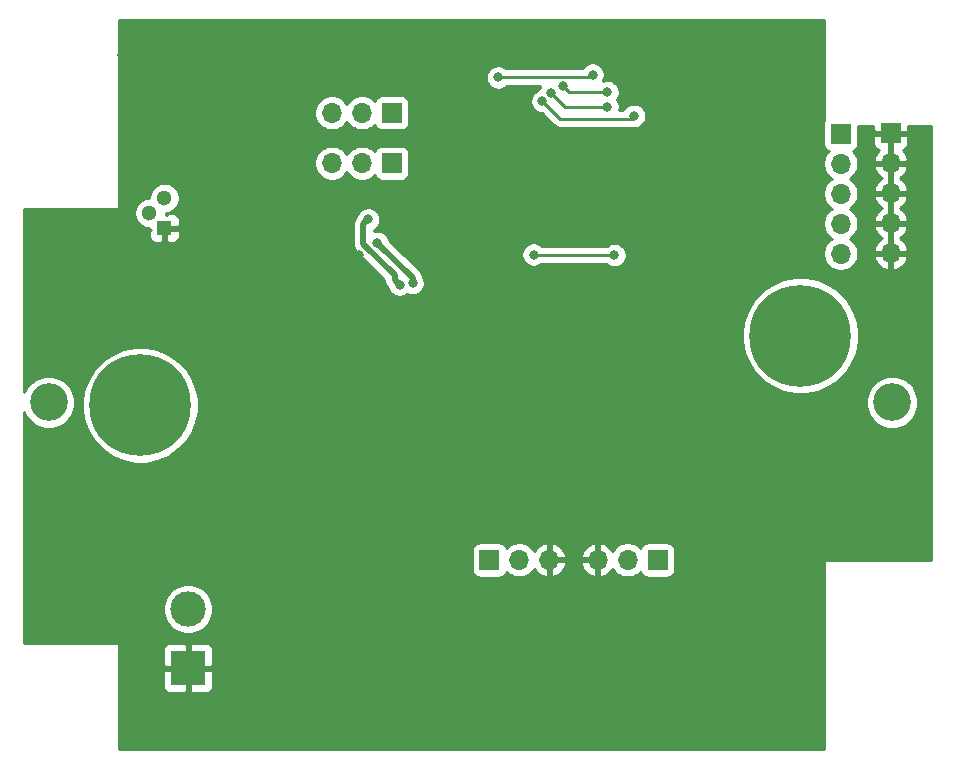
<source format=gbr>
%TF.GenerationSoftware,KiCad,Pcbnew,(5.1.12)-1*%
%TF.CreationDate,2022-02-03T12:58:41+01:00*%
%TF.ProjectId,colibri_01,636f6c69-6272-4695-9f30-312e6b696361,rev?*%
%TF.SameCoordinates,Original*%
%TF.FileFunction,Copper,L2,Bot*%
%TF.FilePolarity,Positive*%
%FSLAX46Y46*%
G04 Gerber Fmt 4.6, Leading zero omitted, Abs format (unit mm)*
G04 Created by KiCad (PCBNEW (5.1.12)-1) date 2022-02-03 12:58:41*
%MOMM*%
%LPD*%
G01*
G04 APERTURE LIST*
%TA.AperFunction,ComponentPad*%
%ADD10C,3.200000*%
%TD*%
%TA.AperFunction,ComponentPad*%
%ADD11C,0.900000*%
%TD*%
%TA.AperFunction,ComponentPad*%
%ADD12C,8.600000*%
%TD*%
%TA.AperFunction,ComponentPad*%
%ADD13R,1.300000X1.300000*%
%TD*%
%TA.AperFunction,ComponentPad*%
%ADD14C,1.300000*%
%TD*%
%TA.AperFunction,ComponentPad*%
%ADD15O,1.700000X1.700000*%
%TD*%
%TA.AperFunction,ComponentPad*%
%ADD16R,1.700000X1.700000*%
%TD*%
%TA.AperFunction,ComponentPad*%
%ADD17C,3.000000*%
%TD*%
%TA.AperFunction,ComponentPad*%
%ADD18R,3.000000X3.000000*%
%TD*%
%TA.AperFunction,ViaPad*%
%ADD19C,0.800000*%
%TD*%
%TA.AperFunction,Conductor*%
%ADD20C,0.500000*%
%TD*%
%TA.AperFunction,Conductor*%
%ADD21C,0.250000*%
%TD*%
%TA.AperFunction,Conductor*%
%ADD22C,0.254000*%
%TD*%
%TA.AperFunction,Conductor*%
%ADD23C,0.100000*%
%TD*%
G04 APERTURE END LIST*
D10*
%TO.P,C1,2*%
%TO.N,B-*%
X185600000Y-91000000D03*
%TO.P,C1,1*%
%TO.N,B+*%
X114200000Y-91000000D03*
%TD*%
D11*
%TO.P,M4,1*%
%TO.N,N/C*%
X124230419Y-88969581D03*
X121950000Y-88025000D03*
X119669581Y-88969581D03*
X118725000Y-91250000D03*
X119669581Y-93530419D03*
X121950000Y-94475000D03*
X124230419Y-93530419D03*
X125175000Y-91250000D03*
D12*
X121950000Y-91250000D03*
%TD*%
D11*
%TO.P,M4,1*%
%TO.N,N/C*%
X180130419Y-83069581D03*
X177850000Y-82125000D03*
X175569581Y-83069581D03*
X174625000Y-85350000D03*
X175569581Y-87630419D03*
X177850000Y-88575000D03*
X180130419Y-87630419D03*
X181075000Y-85350000D03*
D12*
X177850000Y-85350000D03*
%TD*%
D13*
%TO.P,U2,1*%
%TO.N,P-*%
X124000000Y-76250000D03*
D14*
%TO.P,U2,3*%
%TO.N,3.3v*%
X124000000Y-73710000D03*
%TO.P,U2,2*%
%TO.N,onewire*%
X122730000Y-74980000D03*
%TD*%
D15*
%TO.P,J7,5*%
%TO.N,P-*%
X185500000Y-78370000D03*
%TO.P,J7,4*%
X185500000Y-75830000D03*
%TO.P,J7,3*%
X185500000Y-73290000D03*
%TO.P,J7,2*%
X185500000Y-70750000D03*
D16*
%TO.P,J7,1*%
X185500000Y-68210000D03*
%TD*%
D15*
%TO.P,J6,5*%
%TO.N,gpio2*%
X181250000Y-78410000D03*
%TO.P,J6,4*%
%TO.N,gpio5*%
X181250000Y-75870000D03*
%TO.P,J6,3*%
%TO.N,gpio12*%
X181250000Y-73330000D03*
%TO.P,J6,2*%
%TO.N,gpio13*%
X181250000Y-70790000D03*
D16*
%TO.P,J6,1*%
%TO.N,gpio14*%
X181250000Y-68250000D03*
%TD*%
D15*
%TO.P,J5,3*%
%TO.N,Net-(J5-Pad3)*%
X138170000Y-66500000D03*
%TO.P,J5,2*%
%TO.N,Net-(J5-Pad2)*%
X140710000Y-66500000D03*
D16*
%TO.P,J5,1*%
%TO.N,gpio0*%
X143250000Y-66500000D03*
%TD*%
D15*
%TO.P,J4,3*%
%TO.N,Net-(J4-Pad3)*%
X138170000Y-70750000D03*
%TO.P,J4,2*%
%TO.N,rest*%
X140710000Y-70750000D03*
D16*
%TO.P,J4,1*%
%TO.N,gpio16*%
X143250000Y-70750000D03*
%TD*%
D15*
%TO.P,J3,3*%
%TO.N,P-*%
X156580000Y-104350000D03*
%TO.P,J3,2*%
%TO.N,onewire*%
X154040000Y-104350000D03*
D16*
%TO.P,J3,1*%
%TO.N,3.3v*%
X151500000Y-104350000D03*
%TD*%
D15*
%TO.P,J2,3*%
%TO.N,P-*%
X160670000Y-104350000D03*
%TO.P,J2,2*%
%TO.N,RX*%
X163210000Y-104350000D03*
D16*
%TO.P,J2,1*%
%TO.N,TX*%
X165750000Y-104350000D03*
%TD*%
D17*
%TO.P,J1,2*%
%TO.N,B+*%
X126000000Y-108500000D03*
D18*
%TO.P,J1,1*%
%TO.N,P-*%
X126000000Y-113500000D03*
%TD*%
D19*
%TO.N,P-*%
X129500000Y-71500000D03*
X124500000Y-78000000D03*
X140500000Y-78500000D03*
X144000000Y-77500000D03*
X175000000Y-66500000D03*
X150250000Y-78750000D03*
X158500000Y-104500000D03*
X123000000Y-113500000D03*
X129600000Y-61600000D03*
X120400000Y-61600000D03*
X136500000Y-60000000D03*
X145500000Y-62000000D03*
X149000000Y-61500000D03*
X145500000Y-60000000D03*
X134500000Y-62000000D03*
X130000000Y-78000000D03*
X121000000Y-78000000D03*
X129500000Y-113500000D03*
X133500000Y-113500000D03*
X137500000Y-113500000D03*
X141500000Y-113500000D03*
X141500000Y-116000000D03*
X141500000Y-119500000D03*
X139000000Y-101500000D03*
X144000000Y-101500000D03*
X148500000Y-101500000D03*
X134000000Y-101500000D03*
X130000000Y-101500000D03*
X126000000Y-101500000D03*
X155500000Y-106500000D03*
X162000000Y-106500000D03*
X164000000Y-63500000D03*
X167000000Y-63500000D03*
X170500000Y-63500000D03*
X173500000Y-63500000D03*
X176500000Y-63500000D03*
X188500000Y-68500000D03*
X188500000Y-72500000D03*
X188500000Y-77000000D03*
X127000000Y-73500000D03*
X132500000Y-73500000D03*
X130500000Y-66000000D03*
X130500000Y-69500000D03*
X122500000Y-67000000D03*
X122500000Y-69500000D03*
X113500000Y-76000000D03*
X113500000Y-79000000D03*
X113500000Y-81500000D03*
X113000000Y-101000000D03*
X113000000Y-104000000D03*
X113000000Y-107500000D03*
X148500000Y-81500000D03*
X155500000Y-81500000D03*
X162000000Y-81500000D03*
X120500000Y-82000000D03*
X126500000Y-82000000D03*
X132000000Y-82000000D03*
X137500000Y-82000000D03*
X156500000Y-102000000D03*
X161000000Y-102000000D03*
X168500000Y-101000000D03*
X172000000Y-101000000D03*
X175500000Y-98000000D03*
X167500000Y-98000000D03*
X168500000Y-78500000D03*
X173000000Y-78500000D03*
X176500000Y-78500000D03*
X158500000Y-116000000D03*
X158500000Y-119000000D03*
X150000000Y-114000000D03*
X150000000Y-115500000D03*
X150000000Y-117000000D03*
X148000000Y-111500000D03*
X146000000Y-111500000D03*
X140500000Y-64500000D03*
X136500000Y-64500000D03*
X120500000Y-111000000D03*
X113000000Y-110500000D03*
X125000000Y-65500000D03*
%TO.N,3.3v*%
X143900000Y-81050000D03*
X141250000Y-75524990D03*
%TO.N,onewire*%
X142000000Y-77500000D03*
X145000000Y-80925010D03*
%TO.N,gpio2*%
X162100000Y-78550000D03*
X155250000Y-78500000D03*
%TO.N,gpio12*%
X156707108Y-64792892D03*
X161500000Y-66000000D03*
%TO.N,gpio13*%
X156000000Y-65500000D03*
X163750000Y-66750000D03*
%TO.N,gpio14*%
X157750000Y-64250000D03*
X161500000Y-64750000D03*
%TO.N,Net-(R3-Pad2)*%
X152250000Y-63500000D03*
X160250000Y-63250000D03*
%TD*%
D20*
%TO.N,3.3v*%
X140850001Y-75924989D02*
X141250000Y-75524990D01*
X140850001Y-77608003D02*
X140850001Y-75924989D01*
X143500001Y-80258003D02*
X140850001Y-77608003D01*
X143500001Y-80650001D02*
X143500001Y-80258003D01*
X143900000Y-81050000D02*
X143500001Y-80650001D01*
D21*
%TO.N,onewire*%
X144998012Y-80925010D02*
X145000000Y-80925010D01*
D20*
X145000000Y-80500000D02*
X142000000Y-77500000D01*
X145000000Y-80925010D02*
X145000000Y-80500000D01*
D21*
%TO.N,gpio2*%
X162050000Y-78500000D02*
X162100000Y-78550000D01*
X155250000Y-78500000D02*
X162050000Y-78500000D01*
%TO.N,gpio12*%
X157914216Y-66000000D02*
X161500000Y-66000000D01*
X156707108Y-64792892D02*
X157914216Y-66000000D01*
%TO.N,gpio13*%
X163500000Y-67000000D02*
X163750000Y-66750000D01*
X157500000Y-67000000D02*
X163500000Y-67000000D01*
X156000000Y-65500000D02*
X157500000Y-67000000D01*
%TO.N,gpio14*%
X157750000Y-64250000D02*
X158250000Y-64750000D01*
X158250000Y-64750000D02*
X161500000Y-64750000D01*
%TO.N,Net-(R3-Pad2)*%
X160000000Y-63500000D02*
X160250000Y-63250000D01*
X152250000Y-63500000D02*
X160000000Y-63500000D01*
%TD*%
D22*
%TO.N,P-*%
X179873000Y-67041196D02*
X179869463Y-67045506D01*
X179810498Y-67155820D01*
X179774188Y-67275518D01*
X179761928Y-67400000D01*
X179761928Y-69100000D01*
X179774188Y-69224482D01*
X179810498Y-69344180D01*
X179869463Y-69454494D01*
X179948815Y-69551185D01*
X180045506Y-69630537D01*
X180155820Y-69689502D01*
X180228380Y-69711513D01*
X180096525Y-69843368D01*
X179934010Y-70086589D01*
X179822068Y-70356842D01*
X179765000Y-70643740D01*
X179765000Y-70936260D01*
X179822068Y-71223158D01*
X179934010Y-71493411D01*
X180096525Y-71736632D01*
X180303368Y-71943475D01*
X180477760Y-72060000D01*
X180303368Y-72176525D01*
X180096525Y-72383368D01*
X179934010Y-72626589D01*
X179822068Y-72896842D01*
X179765000Y-73183740D01*
X179765000Y-73476260D01*
X179822068Y-73763158D01*
X179934010Y-74033411D01*
X180096525Y-74276632D01*
X180303368Y-74483475D01*
X180477760Y-74600000D01*
X180303368Y-74716525D01*
X180096525Y-74923368D01*
X179934010Y-75166589D01*
X179822068Y-75436842D01*
X179765000Y-75723740D01*
X179765000Y-76016260D01*
X179822068Y-76303158D01*
X179934010Y-76573411D01*
X180096525Y-76816632D01*
X180303368Y-77023475D01*
X180477760Y-77140000D01*
X180303368Y-77256525D01*
X180096525Y-77463368D01*
X179934010Y-77706589D01*
X179822068Y-77976842D01*
X179765000Y-78263740D01*
X179765000Y-78556260D01*
X179822068Y-78843158D01*
X179934010Y-79113411D01*
X180096525Y-79356632D01*
X180303368Y-79563475D01*
X180546589Y-79725990D01*
X180816842Y-79837932D01*
X181103740Y-79895000D01*
X181396260Y-79895000D01*
X181683158Y-79837932D01*
X181953411Y-79725990D01*
X182196632Y-79563475D01*
X182403475Y-79356632D01*
X182565990Y-79113411D01*
X182677932Y-78843158D01*
X182701059Y-78726890D01*
X184058524Y-78726890D01*
X184103175Y-78874099D01*
X184228359Y-79136920D01*
X184402412Y-79370269D01*
X184618645Y-79565178D01*
X184868748Y-79714157D01*
X185143109Y-79811481D01*
X185373000Y-79690814D01*
X185373000Y-78497000D01*
X185627000Y-78497000D01*
X185627000Y-79690814D01*
X185856891Y-79811481D01*
X186131252Y-79714157D01*
X186381355Y-79565178D01*
X186597588Y-79370269D01*
X186771641Y-79136920D01*
X186896825Y-78874099D01*
X186941476Y-78726890D01*
X186820155Y-78497000D01*
X185627000Y-78497000D01*
X185373000Y-78497000D01*
X184179845Y-78497000D01*
X184058524Y-78726890D01*
X182701059Y-78726890D01*
X182735000Y-78556260D01*
X182735000Y-78263740D01*
X182677932Y-77976842D01*
X182565990Y-77706589D01*
X182403475Y-77463368D01*
X182196632Y-77256525D01*
X182022240Y-77140000D01*
X182196632Y-77023475D01*
X182403475Y-76816632D01*
X182565990Y-76573411D01*
X182677932Y-76303158D01*
X182701059Y-76186890D01*
X184058524Y-76186890D01*
X184103175Y-76334099D01*
X184228359Y-76596920D01*
X184402412Y-76830269D01*
X184618645Y-77025178D01*
X184744255Y-77100000D01*
X184618645Y-77174822D01*
X184402412Y-77369731D01*
X184228359Y-77603080D01*
X184103175Y-77865901D01*
X184058524Y-78013110D01*
X184179845Y-78243000D01*
X185373000Y-78243000D01*
X185373000Y-75957000D01*
X185627000Y-75957000D01*
X185627000Y-78243000D01*
X186820155Y-78243000D01*
X186941476Y-78013110D01*
X186896825Y-77865901D01*
X186771641Y-77603080D01*
X186597588Y-77369731D01*
X186381355Y-77174822D01*
X186255745Y-77100000D01*
X186381355Y-77025178D01*
X186597588Y-76830269D01*
X186771641Y-76596920D01*
X186896825Y-76334099D01*
X186941476Y-76186890D01*
X186820155Y-75957000D01*
X185627000Y-75957000D01*
X185373000Y-75957000D01*
X184179845Y-75957000D01*
X184058524Y-76186890D01*
X182701059Y-76186890D01*
X182735000Y-76016260D01*
X182735000Y-75723740D01*
X182677932Y-75436842D01*
X182565990Y-75166589D01*
X182403475Y-74923368D01*
X182196632Y-74716525D01*
X182022240Y-74600000D01*
X182196632Y-74483475D01*
X182403475Y-74276632D01*
X182565990Y-74033411D01*
X182677932Y-73763158D01*
X182701059Y-73646890D01*
X184058524Y-73646890D01*
X184103175Y-73794099D01*
X184228359Y-74056920D01*
X184402412Y-74290269D01*
X184618645Y-74485178D01*
X184744255Y-74560000D01*
X184618645Y-74634822D01*
X184402412Y-74829731D01*
X184228359Y-75063080D01*
X184103175Y-75325901D01*
X184058524Y-75473110D01*
X184179845Y-75703000D01*
X185373000Y-75703000D01*
X185373000Y-73417000D01*
X185627000Y-73417000D01*
X185627000Y-75703000D01*
X186820155Y-75703000D01*
X186941476Y-75473110D01*
X186896825Y-75325901D01*
X186771641Y-75063080D01*
X186597588Y-74829731D01*
X186381355Y-74634822D01*
X186255745Y-74560000D01*
X186381355Y-74485178D01*
X186597588Y-74290269D01*
X186771641Y-74056920D01*
X186896825Y-73794099D01*
X186941476Y-73646890D01*
X186820155Y-73417000D01*
X185627000Y-73417000D01*
X185373000Y-73417000D01*
X184179845Y-73417000D01*
X184058524Y-73646890D01*
X182701059Y-73646890D01*
X182735000Y-73476260D01*
X182735000Y-73183740D01*
X182677932Y-72896842D01*
X182565990Y-72626589D01*
X182403475Y-72383368D01*
X182196632Y-72176525D01*
X182022240Y-72060000D01*
X182196632Y-71943475D01*
X182403475Y-71736632D01*
X182565990Y-71493411D01*
X182677932Y-71223158D01*
X182701059Y-71106890D01*
X184058524Y-71106890D01*
X184103175Y-71254099D01*
X184228359Y-71516920D01*
X184402412Y-71750269D01*
X184618645Y-71945178D01*
X184744255Y-72020000D01*
X184618645Y-72094822D01*
X184402412Y-72289731D01*
X184228359Y-72523080D01*
X184103175Y-72785901D01*
X184058524Y-72933110D01*
X184179845Y-73163000D01*
X185373000Y-73163000D01*
X185373000Y-70877000D01*
X185627000Y-70877000D01*
X185627000Y-73163000D01*
X186820155Y-73163000D01*
X186941476Y-72933110D01*
X186896825Y-72785901D01*
X186771641Y-72523080D01*
X186597588Y-72289731D01*
X186381355Y-72094822D01*
X186255745Y-72020000D01*
X186381355Y-71945178D01*
X186597588Y-71750269D01*
X186771641Y-71516920D01*
X186896825Y-71254099D01*
X186941476Y-71106890D01*
X186820155Y-70877000D01*
X185627000Y-70877000D01*
X185373000Y-70877000D01*
X184179845Y-70877000D01*
X184058524Y-71106890D01*
X182701059Y-71106890D01*
X182735000Y-70936260D01*
X182735000Y-70643740D01*
X182677932Y-70356842D01*
X182565990Y-70086589D01*
X182403475Y-69843368D01*
X182271620Y-69711513D01*
X182344180Y-69689502D01*
X182454494Y-69630537D01*
X182551185Y-69551185D01*
X182630537Y-69454494D01*
X182689502Y-69344180D01*
X182725812Y-69224482D01*
X182738072Y-69100000D01*
X182738072Y-69060000D01*
X184011928Y-69060000D01*
X184024188Y-69184482D01*
X184060498Y-69304180D01*
X184119463Y-69414494D01*
X184198815Y-69511185D01*
X184295506Y-69590537D01*
X184405820Y-69649502D01*
X184486466Y-69673966D01*
X184402412Y-69749731D01*
X184228359Y-69983080D01*
X184103175Y-70245901D01*
X184058524Y-70393110D01*
X184179845Y-70623000D01*
X185373000Y-70623000D01*
X185373000Y-68337000D01*
X185627000Y-68337000D01*
X185627000Y-70623000D01*
X186820155Y-70623000D01*
X186941476Y-70393110D01*
X186896825Y-70245901D01*
X186771641Y-69983080D01*
X186597588Y-69749731D01*
X186513534Y-69673966D01*
X186594180Y-69649502D01*
X186704494Y-69590537D01*
X186801185Y-69511185D01*
X186880537Y-69414494D01*
X186939502Y-69304180D01*
X186975812Y-69184482D01*
X186988072Y-69060000D01*
X186985000Y-68495750D01*
X186826250Y-68337000D01*
X185627000Y-68337000D01*
X185373000Y-68337000D01*
X184173750Y-68337000D01*
X184015000Y-68495750D01*
X184011928Y-69060000D01*
X182738072Y-69060000D01*
X182738072Y-67627000D01*
X184013382Y-67627000D01*
X184015000Y-67924250D01*
X184173750Y-68083000D01*
X185373000Y-68083000D01*
X185373000Y-68063000D01*
X185627000Y-68063000D01*
X185627000Y-68083000D01*
X186826250Y-68083000D01*
X186985000Y-67924250D01*
X186986618Y-67627000D01*
X188873000Y-67627000D01*
X188873000Y-104373000D01*
X180000000Y-104373000D01*
X179975224Y-104375440D01*
X179951399Y-104382667D01*
X179929443Y-104394403D01*
X179910197Y-104410197D01*
X179894403Y-104429443D01*
X179882667Y-104451399D01*
X179875440Y-104475224D01*
X179873000Y-104500000D01*
X179873000Y-120373000D01*
X120127000Y-120373000D01*
X120127000Y-115000000D01*
X123861928Y-115000000D01*
X123874188Y-115124482D01*
X123910498Y-115244180D01*
X123969463Y-115354494D01*
X124048815Y-115451185D01*
X124145506Y-115530537D01*
X124255820Y-115589502D01*
X124375518Y-115625812D01*
X124500000Y-115638072D01*
X125714250Y-115635000D01*
X125873000Y-115476250D01*
X125873000Y-113627000D01*
X126127000Y-113627000D01*
X126127000Y-115476250D01*
X126285750Y-115635000D01*
X127500000Y-115638072D01*
X127624482Y-115625812D01*
X127744180Y-115589502D01*
X127854494Y-115530537D01*
X127951185Y-115451185D01*
X128030537Y-115354494D01*
X128089502Y-115244180D01*
X128125812Y-115124482D01*
X128138072Y-115000000D01*
X128135000Y-113785750D01*
X127976250Y-113627000D01*
X126127000Y-113627000D01*
X125873000Y-113627000D01*
X124023750Y-113627000D01*
X123865000Y-113785750D01*
X123861928Y-115000000D01*
X120127000Y-115000000D01*
X120127000Y-112000000D01*
X123861928Y-112000000D01*
X123865000Y-113214250D01*
X124023750Y-113373000D01*
X125873000Y-113373000D01*
X125873000Y-111523750D01*
X126127000Y-111523750D01*
X126127000Y-113373000D01*
X127976250Y-113373000D01*
X128135000Y-113214250D01*
X128138072Y-112000000D01*
X128125812Y-111875518D01*
X128089502Y-111755820D01*
X128030537Y-111645506D01*
X127951185Y-111548815D01*
X127854494Y-111469463D01*
X127744180Y-111410498D01*
X127624482Y-111374188D01*
X127500000Y-111361928D01*
X126285750Y-111365000D01*
X126127000Y-111523750D01*
X125873000Y-111523750D01*
X125714250Y-111365000D01*
X124500000Y-111361928D01*
X124375518Y-111374188D01*
X124255820Y-111410498D01*
X124145506Y-111469463D01*
X124048815Y-111548815D01*
X123969463Y-111645506D01*
X123910498Y-111755820D01*
X123874188Y-111875518D01*
X123861928Y-112000000D01*
X120127000Y-112000000D01*
X120127000Y-111500000D01*
X120124560Y-111475224D01*
X120117333Y-111451399D01*
X120105597Y-111429443D01*
X120089803Y-111410197D01*
X120070557Y-111394403D01*
X120048601Y-111382667D01*
X120024776Y-111375440D01*
X120000000Y-111373000D01*
X112127000Y-111373000D01*
X112127000Y-108289721D01*
X123865000Y-108289721D01*
X123865000Y-108710279D01*
X123947047Y-109122756D01*
X124107988Y-109511302D01*
X124341637Y-109860983D01*
X124639017Y-110158363D01*
X124988698Y-110392012D01*
X125377244Y-110552953D01*
X125789721Y-110635000D01*
X126210279Y-110635000D01*
X126622756Y-110552953D01*
X127011302Y-110392012D01*
X127360983Y-110158363D01*
X127658363Y-109860983D01*
X127892012Y-109511302D01*
X128052953Y-109122756D01*
X128135000Y-108710279D01*
X128135000Y-108289721D01*
X128052953Y-107877244D01*
X127892012Y-107488698D01*
X127658363Y-107139017D01*
X127360983Y-106841637D01*
X127011302Y-106607988D01*
X126622756Y-106447047D01*
X126210279Y-106365000D01*
X125789721Y-106365000D01*
X125377244Y-106447047D01*
X124988698Y-106607988D01*
X124639017Y-106841637D01*
X124341637Y-107139017D01*
X124107988Y-107488698D01*
X123947047Y-107877244D01*
X123865000Y-108289721D01*
X112127000Y-108289721D01*
X112127000Y-103500000D01*
X150011928Y-103500000D01*
X150011928Y-105200000D01*
X150024188Y-105324482D01*
X150060498Y-105444180D01*
X150119463Y-105554494D01*
X150198815Y-105651185D01*
X150295506Y-105730537D01*
X150405820Y-105789502D01*
X150525518Y-105825812D01*
X150650000Y-105838072D01*
X152350000Y-105838072D01*
X152474482Y-105825812D01*
X152594180Y-105789502D01*
X152704494Y-105730537D01*
X152801185Y-105651185D01*
X152880537Y-105554494D01*
X152939502Y-105444180D01*
X152961513Y-105371620D01*
X153093368Y-105503475D01*
X153336589Y-105665990D01*
X153606842Y-105777932D01*
X153893740Y-105835000D01*
X154186260Y-105835000D01*
X154473158Y-105777932D01*
X154743411Y-105665990D01*
X154986632Y-105503475D01*
X155193475Y-105296632D01*
X155315195Y-105114466D01*
X155384822Y-105231355D01*
X155579731Y-105447588D01*
X155813080Y-105621641D01*
X156075901Y-105746825D01*
X156223110Y-105791476D01*
X156453000Y-105670155D01*
X156453000Y-104477000D01*
X156707000Y-104477000D01*
X156707000Y-105670155D01*
X156936890Y-105791476D01*
X157084099Y-105746825D01*
X157346920Y-105621641D01*
X157580269Y-105447588D01*
X157775178Y-105231355D01*
X157924157Y-104981252D01*
X158021481Y-104706891D01*
X159228519Y-104706891D01*
X159325843Y-104981252D01*
X159474822Y-105231355D01*
X159669731Y-105447588D01*
X159903080Y-105621641D01*
X160165901Y-105746825D01*
X160313110Y-105791476D01*
X160543000Y-105670155D01*
X160543000Y-104477000D01*
X159349186Y-104477000D01*
X159228519Y-104706891D01*
X158021481Y-104706891D01*
X157900814Y-104477000D01*
X156707000Y-104477000D01*
X156453000Y-104477000D01*
X156433000Y-104477000D01*
X156433000Y-104223000D01*
X156453000Y-104223000D01*
X156453000Y-103029845D01*
X156707000Y-103029845D01*
X156707000Y-104223000D01*
X157900814Y-104223000D01*
X158021481Y-103993109D01*
X159228519Y-103993109D01*
X159349186Y-104223000D01*
X160543000Y-104223000D01*
X160543000Y-103029845D01*
X160797000Y-103029845D01*
X160797000Y-104223000D01*
X160817000Y-104223000D01*
X160817000Y-104477000D01*
X160797000Y-104477000D01*
X160797000Y-105670155D01*
X161026890Y-105791476D01*
X161174099Y-105746825D01*
X161436920Y-105621641D01*
X161670269Y-105447588D01*
X161865178Y-105231355D01*
X161934805Y-105114466D01*
X162056525Y-105296632D01*
X162263368Y-105503475D01*
X162506589Y-105665990D01*
X162776842Y-105777932D01*
X163063740Y-105835000D01*
X163356260Y-105835000D01*
X163643158Y-105777932D01*
X163913411Y-105665990D01*
X164156632Y-105503475D01*
X164288487Y-105371620D01*
X164310498Y-105444180D01*
X164369463Y-105554494D01*
X164448815Y-105651185D01*
X164545506Y-105730537D01*
X164655820Y-105789502D01*
X164775518Y-105825812D01*
X164900000Y-105838072D01*
X166600000Y-105838072D01*
X166724482Y-105825812D01*
X166844180Y-105789502D01*
X166954494Y-105730537D01*
X167051185Y-105651185D01*
X167130537Y-105554494D01*
X167189502Y-105444180D01*
X167225812Y-105324482D01*
X167238072Y-105200000D01*
X167238072Y-103500000D01*
X167225812Y-103375518D01*
X167189502Y-103255820D01*
X167130537Y-103145506D01*
X167051185Y-103048815D01*
X166954494Y-102969463D01*
X166844180Y-102910498D01*
X166724482Y-102874188D01*
X166600000Y-102861928D01*
X164900000Y-102861928D01*
X164775518Y-102874188D01*
X164655820Y-102910498D01*
X164545506Y-102969463D01*
X164448815Y-103048815D01*
X164369463Y-103145506D01*
X164310498Y-103255820D01*
X164288487Y-103328380D01*
X164156632Y-103196525D01*
X163913411Y-103034010D01*
X163643158Y-102922068D01*
X163356260Y-102865000D01*
X163063740Y-102865000D01*
X162776842Y-102922068D01*
X162506589Y-103034010D01*
X162263368Y-103196525D01*
X162056525Y-103403368D01*
X161934805Y-103585534D01*
X161865178Y-103468645D01*
X161670269Y-103252412D01*
X161436920Y-103078359D01*
X161174099Y-102953175D01*
X161026890Y-102908524D01*
X160797000Y-103029845D01*
X160543000Y-103029845D01*
X160313110Y-102908524D01*
X160165901Y-102953175D01*
X159903080Y-103078359D01*
X159669731Y-103252412D01*
X159474822Y-103468645D01*
X159325843Y-103718748D01*
X159228519Y-103993109D01*
X158021481Y-103993109D01*
X157924157Y-103718748D01*
X157775178Y-103468645D01*
X157580269Y-103252412D01*
X157346920Y-103078359D01*
X157084099Y-102953175D01*
X156936890Y-102908524D01*
X156707000Y-103029845D01*
X156453000Y-103029845D01*
X156223110Y-102908524D01*
X156075901Y-102953175D01*
X155813080Y-103078359D01*
X155579731Y-103252412D01*
X155384822Y-103468645D01*
X155315195Y-103585534D01*
X155193475Y-103403368D01*
X154986632Y-103196525D01*
X154743411Y-103034010D01*
X154473158Y-102922068D01*
X154186260Y-102865000D01*
X153893740Y-102865000D01*
X153606842Y-102922068D01*
X153336589Y-103034010D01*
X153093368Y-103196525D01*
X152961513Y-103328380D01*
X152939502Y-103255820D01*
X152880537Y-103145506D01*
X152801185Y-103048815D01*
X152704494Y-102969463D01*
X152594180Y-102910498D01*
X152474482Y-102874188D01*
X152350000Y-102861928D01*
X150650000Y-102861928D01*
X150525518Y-102874188D01*
X150405820Y-102910498D01*
X150295506Y-102969463D01*
X150198815Y-103048815D01*
X150119463Y-103145506D01*
X150060498Y-103255820D01*
X150024188Y-103375518D01*
X150011928Y-103500000D01*
X112127000Y-103500000D01*
X112127000Y-91835671D01*
X112219369Y-92058669D01*
X112463962Y-92424729D01*
X112775271Y-92736038D01*
X113141331Y-92980631D01*
X113548075Y-93149110D01*
X113979872Y-93235000D01*
X114420128Y-93235000D01*
X114851925Y-93149110D01*
X115258669Y-92980631D01*
X115624729Y-92736038D01*
X115936038Y-92424729D01*
X116180631Y-92058669D01*
X116349110Y-91651925D01*
X116435000Y-91220128D01*
X116435000Y-90779872D01*
X116431832Y-90763945D01*
X117015000Y-90763945D01*
X117015000Y-91736055D01*
X117204650Y-92689486D01*
X117576660Y-93587599D01*
X118116735Y-94395879D01*
X118804121Y-95083265D01*
X119612401Y-95623340D01*
X120510514Y-95995350D01*
X121463945Y-96185000D01*
X122436055Y-96185000D01*
X123389486Y-95995350D01*
X124287599Y-95623340D01*
X125095879Y-95083265D01*
X125783265Y-94395879D01*
X126323340Y-93587599D01*
X126695350Y-92689486D01*
X126885000Y-91736055D01*
X126885000Y-90779872D01*
X183365000Y-90779872D01*
X183365000Y-91220128D01*
X183450890Y-91651925D01*
X183619369Y-92058669D01*
X183863962Y-92424729D01*
X184175271Y-92736038D01*
X184541331Y-92980631D01*
X184948075Y-93149110D01*
X185379872Y-93235000D01*
X185820128Y-93235000D01*
X186251925Y-93149110D01*
X186658669Y-92980631D01*
X187024729Y-92736038D01*
X187336038Y-92424729D01*
X187580631Y-92058669D01*
X187749110Y-91651925D01*
X187835000Y-91220128D01*
X187835000Y-90779872D01*
X187749110Y-90348075D01*
X187580631Y-89941331D01*
X187336038Y-89575271D01*
X187024729Y-89263962D01*
X186658669Y-89019369D01*
X186251925Y-88850890D01*
X185820128Y-88765000D01*
X185379872Y-88765000D01*
X184948075Y-88850890D01*
X184541331Y-89019369D01*
X184175271Y-89263962D01*
X183863962Y-89575271D01*
X183619369Y-89941331D01*
X183450890Y-90348075D01*
X183365000Y-90779872D01*
X126885000Y-90779872D01*
X126885000Y-90763945D01*
X126695350Y-89810514D01*
X126323340Y-88912401D01*
X125783265Y-88104121D01*
X125095879Y-87416735D01*
X124287599Y-86876660D01*
X123389486Y-86504650D01*
X122436055Y-86315000D01*
X121463945Y-86315000D01*
X120510514Y-86504650D01*
X119612401Y-86876660D01*
X118804121Y-87416735D01*
X118116735Y-88104121D01*
X117576660Y-88912401D01*
X117204650Y-89810514D01*
X117015000Y-90763945D01*
X116431832Y-90763945D01*
X116349110Y-90348075D01*
X116180631Y-89941331D01*
X115936038Y-89575271D01*
X115624729Y-89263962D01*
X115258669Y-89019369D01*
X114851925Y-88850890D01*
X114420128Y-88765000D01*
X113979872Y-88765000D01*
X113548075Y-88850890D01*
X113141331Y-89019369D01*
X112775271Y-89263962D01*
X112463962Y-89575271D01*
X112219369Y-89941331D01*
X112127000Y-90164329D01*
X112127000Y-84863945D01*
X172915000Y-84863945D01*
X172915000Y-85836055D01*
X173104650Y-86789486D01*
X173476660Y-87687599D01*
X174016735Y-88495879D01*
X174704121Y-89183265D01*
X175512401Y-89723340D01*
X176410514Y-90095350D01*
X177363945Y-90285000D01*
X178336055Y-90285000D01*
X179289486Y-90095350D01*
X180187599Y-89723340D01*
X180995879Y-89183265D01*
X181683265Y-88495879D01*
X182223340Y-87687599D01*
X182595350Y-86789486D01*
X182785000Y-85836055D01*
X182785000Y-84863945D01*
X182595350Y-83910514D01*
X182223340Y-83012401D01*
X181683265Y-82204121D01*
X180995879Y-81516735D01*
X180187599Y-80976660D01*
X179289486Y-80604650D01*
X178336055Y-80415000D01*
X177363945Y-80415000D01*
X176410514Y-80604650D01*
X175512401Y-80976660D01*
X174704121Y-81516735D01*
X174016735Y-82204121D01*
X173476660Y-83012401D01*
X173104650Y-83910514D01*
X172915000Y-84863945D01*
X112127000Y-84863945D01*
X112127000Y-74853439D01*
X121445000Y-74853439D01*
X121445000Y-75106561D01*
X121494381Y-75354821D01*
X121591247Y-75588676D01*
X121731875Y-75799140D01*
X121910860Y-75978125D01*
X122121324Y-76118753D01*
X122355179Y-76215619D01*
X122603439Y-76265000D01*
X122715000Y-76265000D01*
X122715000Y-76377002D01*
X122873748Y-76377002D01*
X122715000Y-76535750D01*
X122711928Y-76900000D01*
X122724188Y-77024482D01*
X122760498Y-77144180D01*
X122819463Y-77254494D01*
X122898815Y-77351185D01*
X122995506Y-77430537D01*
X123105820Y-77489502D01*
X123225518Y-77525812D01*
X123350000Y-77538072D01*
X123714250Y-77535000D01*
X123873000Y-77376250D01*
X123873000Y-76377000D01*
X124127000Y-76377000D01*
X124127000Y-77376250D01*
X124285750Y-77535000D01*
X124650000Y-77538072D01*
X124774482Y-77525812D01*
X124894180Y-77489502D01*
X125004494Y-77430537D01*
X125101185Y-77351185D01*
X125180537Y-77254494D01*
X125239502Y-77144180D01*
X125275812Y-77024482D01*
X125288072Y-76900000D01*
X125285000Y-76535750D01*
X125126250Y-76377000D01*
X124127000Y-76377000D01*
X123873000Y-76377000D01*
X123853000Y-76377000D01*
X123853000Y-76123000D01*
X123873000Y-76123000D01*
X123873000Y-76103000D01*
X124127000Y-76103000D01*
X124127000Y-76123000D01*
X125126250Y-76123000D01*
X125285000Y-75964250D01*
X125285331Y-75924989D01*
X139960720Y-75924989D01*
X139965002Y-75968468D01*
X139965001Y-77564534D01*
X139960720Y-77608003D01*
X139965001Y-77651472D01*
X139965001Y-77651479D01*
X139977806Y-77781492D01*
X140028412Y-77948315D01*
X140110590Y-78102061D01*
X140221184Y-78236820D01*
X140254957Y-78264537D01*
X142613383Y-80622964D01*
X142610720Y-80650001D01*
X142615001Y-80693470D01*
X142615001Y-80693477D01*
X142627806Y-80823490D01*
X142678412Y-80990313D01*
X142760590Y-81144059D01*
X142871184Y-81278818D01*
X142893955Y-81297506D01*
X142904774Y-81351898D01*
X142982795Y-81540256D01*
X143096063Y-81709774D01*
X143240226Y-81853937D01*
X143409744Y-81967205D01*
X143598102Y-82045226D01*
X143798061Y-82085000D01*
X144001939Y-82085000D01*
X144201898Y-82045226D01*
X144390256Y-81967205D01*
X144551458Y-81859494D01*
X144698102Y-81920236D01*
X144898061Y-81960010D01*
X145101939Y-81960010D01*
X145301898Y-81920236D01*
X145490256Y-81842215D01*
X145659774Y-81728947D01*
X145803937Y-81584784D01*
X145917205Y-81415266D01*
X145995226Y-81226908D01*
X146035000Y-81026949D01*
X146035000Y-80823071D01*
X145995226Y-80623112D01*
X145917205Y-80434754D01*
X145876918Y-80374459D01*
X145872195Y-80326510D01*
X145861131Y-80290036D01*
X145821589Y-80159686D01*
X145739411Y-80005941D01*
X145656532Y-79904953D01*
X145656530Y-79904951D01*
X145628817Y-79871183D01*
X145595049Y-79843470D01*
X144149640Y-78398061D01*
X154215000Y-78398061D01*
X154215000Y-78601939D01*
X154254774Y-78801898D01*
X154332795Y-78990256D01*
X154446063Y-79159774D01*
X154590226Y-79303937D01*
X154759744Y-79417205D01*
X154948102Y-79495226D01*
X155148061Y-79535000D01*
X155351939Y-79535000D01*
X155551898Y-79495226D01*
X155740256Y-79417205D01*
X155909774Y-79303937D01*
X155953711Y-79260000D01*
X161346289Y-79260000D01*
X161440226Y-79353937D01*
X161609744Y-79467205D01*
X161798102Y-79545226D01*
X161998061Y-79585000D01*
X162201939Y-79585000D01*
X162401898Y-79545226D01*
X162590256Y-79467205D01*
X162759774Y-79353937D01*
X162903937Y-79209774D01*
X163017205Y-79040256D01*
X163095226Y-78851898D01*
X163135000Y-78651939D01*
X163135000Y-78448061D01*
X163095226Y-78248102D01*
X163017205Y-78059744D01*
X162903937Y-77890226D01*
X162759774Y-77746063D01*
X162590256Y-77632795D01*
X162401898Y-77554774D01*
X162201939Y-77515000D01*
X161998061Y-77515000D01*
X161798102Y-77554774D01*
X161609744Y-77632795D01*
X161449300Y-77740000D01*
X155953711Y-77740000D01*
X155909774Y-77696063D01*
X155740256Y-77582795D01*
X155551898Y-77504774D01*
X155351939Y-77465000D01*
X155148061Y-77465000D01*
X154948102Y-77504774D01*
X154759744Y-77582795D01*
X154590226Y-77696063D01*
X154446063Y-77840226D01*
X154332795Y-78009744D01*
X154254774Y-78198102D01*
X154215000Y-78398061D01*
X144149640Y-78398061D01*
X143006535Y-77254957D01*
X142995226Y-77198102D01*
X142917205Y-77009744D01*
X142803937Y-76840226D01*
X142659774Y-76696063D01*
X142490256Y-76582795D01*
X142301898Y-76504774D01*
X142101939Y-76465000D01*
X141898061Y-76465000D01*
X141735001Y-76497434D01*
X141735001Y-76444372D01*
X141740256Y-76442195D01*
X141909774Y-76328927D01*
X142053937Y-76184764D01*
X142167205Y-76015246D01*
X142245226Y-75826888D01*
X142285000Y-75626929D01*
X142285000Y-75423051D01*
X142245226Y-75223092D01*
X142167205Y-75034734D01*
X142053937Y-74865216D01*
X141909774Y-74721053D01*
X141740256Y-74607785D01*
X141551898Y-74529764D01*
X141351939Y-74489990D01*
X141148061Y-74489990D01*
X140948102Y-74529764D01*
X140759744Y-74607785D01*
X140590226Y-74721053D01*
X140446063Y-74865216D01*
X140332795Y-75034734D01*
X140254774Y-75223092D01*
X140243955Y-75277485D01*
X140221185Y-75296172D01*
X140193472Y-75329940D01*
X140193469Y-75329943D01*
X140110591Y-75430930D01*
X140028413Y-75584676D01*
X139977806Y-75751499D01*
X139960720Y-75924989D01*
X125285331Y-75924989D01*
X125288072Y-75600000D01*
X125275812Y-75475518D01*
X125239502Y-75355820D01*
X125180537Y-75245506D01*
X125101185Y-75148815D01*
X125004494Y-75069463D01*
X124894180Y-75010498D01*
X124774482Y-74974188D01*
X124650000Y-74961928D01*
X124285750Y-74965000D01*
X124127002Y-75123748D01*
X124127002Y-74994912D01*
X124374821Y-74945619D01*
X124608676Y-74848753D01*
X124819140Y-74708125D01*
X124998125Y-74529140D01*
X125138753Y-74318676D01*
X125235619Y-74084821D01*
X125285000Y-73836561D01*
X125285000Y-73583439D01*
X125235619Y-73335179D01*
X125138753Y-73101324D01*
X124998125Y-72890860D01*
X124819140Y-72711875D01*
X124608676Y-72571247D01*
X124374821Y-72474381D01*
X124126561Y-72425000D01*
X123873439Y-72425000D01*
X123625179Y-72474381D01*
X123391324Y-72571247D01*
X123180860Y-72711875D01*
X123001875Y-72890860D01*
X122861247Y-73101324D01*
X122764381Y-73335179D01*
X122715000Y-73583439D01*
X122715000Y-73695000D01*
X122603439Y-73695000D01*
X122355179Y-73744381D01*
X122121324Y-73841247D01*
X121910860Y-73981875D01*
X121731875Y-74160860D01*
X121591247Y-74371324D01*
X121494381Y-74605179D01*
X121445000Y-74853439D01*
X112127000Y-74853439D01*
X112127000Y-74627000D01*
X120000000Y-74627000D01*
X120024776Y-74624560D01*
X120048601Y-74617333D01*
X120070557Y-74605597D01*
X120089803Y-74589803D01*
X120105597Y-74570557D01*
X120117333Y-74548601D01*
X120124560Y-74524776D01*
X120127000Y-74500000D01*
X120127000Y-70603740D01*
X136685000Y-70603740D01*
X136685000Y-70896260D01*
X136742068Y-71183158D01*
X136854010Y-71453411D01*
X137016525Y-71696632D01*
X137223368Y-71903475D01*
X137466589Y-72065990D01*
X137736842Y-72177932D01*
X138023740Y-72235000D01*
X138316260Y-72235000D01*
X138603158Y-72177932D01*
X138873411Y-72065990D01*
X139116632Y-71903475D01*
X139323475Y-71696632D01*
X139440000Y-71522240D01*
X139556525Y-71696632D01*
X139763368Y-71903475D01*
X140006589Y-72065990D01*
X140276842Y-72177932D01*
X140563740Y-72235000D01*
X140856260Y-72235000D01*
X141143158Y-72177932D01*
X141413411Y-72065990D01*
X141656632Y-71903475D01*
X141788487Y-71771620D01*
X141810498Y-71844180D01*
X141869463Y-71954494D01*
X141948815Y-72051185D01*
X142045506Y-72130537D01*
X142155820Y-72189502D01*
X142275518Y-72225812D01*
X142400000Y-72238072D01*
X144100000Y-72238072D01*
X144224482Y-72225812D01*
X144344180Y-72189502D01*
X144454494Y-72130537D01*
X144551185Y-72051185D01*
X144630537Y-71954494D01*
X144689502Y-71844180D01*
X144725812Y-71724482D01*
X144738072Y-71600000D01*
X144738072Y-69900000D01*
X144725812Y-69775518D01*
X144689502Y-69655820D01*
X144630537Y-69545506D01*
X144551185Y-69448815D01*
X144454494Y-69369463D01*
X144344180Y-69310498D01*
X144224482Y-69274188D01*
X144100000Y-69261928D01*
X142400000Y-69261928D01*
X142275518Y-69274188D01*
X142155820Y-69310498D01*
X142045506Y-69369463D01*
X141948815Y-69448815D01*
X141869463Y-69545506D01*
X141810498Y-69655820D01*
X141788487Y-69728380D01*
X141656632Y-69596525D01*
X141413411Y-69434010D01*
X141143158Y-69322068D01*
X140856260Y-69265000D01*
X140563740Y-69265000D01*
X140276842Y-69322068D01*
X140006589Y-69434010D01*
X139763368Y-69596525D01*
X139556525Y-69803368D01*
X139440000Y-69977760D01*
X139323475Y-69803368D01*
X139116632Y-69596525D01*
X138873411Y-69434010D01*
X138603158Y-69322068D01*
X138316260Y-69265000D01*
X138023740Y-69265000D01*
X137736842Y-69322068D01*
X137466589Y-69434010D01*
X137223368Y-69596525D01*
X137016525Y-69803368D01*
X136854010Y-70046589D01*
X136742068Y-70316842D01*
X136685000Y-70603740D01*
X120127000Y-70603740D01*
X120127000Y-66353740D01*
X136685000Y-66353740D01*
X136685000Y-66646260D01*
X136742068Y-66933158D01*
X136854010Y-67203411D01*
X137016525Y-67446632D01*
X137223368Y-67653475D01*
X137466589Y-67815990D01*
X137736842Y-67927932D01*
X138023740Y-67985000D01*
X138316260Y-67985000D01*
X138603158Y-67927932D01*
X138873411Y-67815990D01*
X139116632Y-67653475D01*
X139323475Y-67446632D01*
X139440000Y-67272240D01*
X139556525Y-67446632D01*
X139763368Y-67653475D01*
X140006589Y-67815990D01*
X140276842Y-67927932D01*
X140563740Y-67985000D01*
X140856260Y-67985000D01*
X141143158Y-67927932D01*
X141413411Y-67815990D01*
X141656632Y-67653475D01*
X141788487Y-67521620D01*
X141810498Y-67594180D01*
X141869463Y-67704494D01*
X141948815Y-67801185D01*
X142045506Y-67880537D01*
X142155820Y-67939502D01*
X142275518Y-67975812D01*
X142400000Y-67988072D01*
X144100000Y-67988072D01*
X144224482Y-67975812D01*
X144344180Y-67939502D01*
X144454494Y-67880537D01*
X144551185Y-67801185D01*
X144630537Y-67704494D01*
X144689502Y-67594180D01*
X144725812Y-67474482D01*
X144738072Y-67350000D01*
X144738072Y-65650000D01*
X144725812Y-65525518D01*
X144689502Y-65405820D01*
X144630537Y-65295506D01*
X144551185Y-65198815D01*
X144454494Y-65119463D01*
X144344180Y-65060498D01*
X144224482Y-65024188D01*
X144100000Y-65011928D01*
X142400000Y-65011928D01*
X142275518Y-65024188D01*
X142155820Y-65060498D01*
X142045506Y-65119463D01*
X141948815Y-65198815D01*
X141869463Y-65295506D01*
X141810498Y-65405820D01*
X141788487Y-65478380D01*
X141656632Y-65346525D01*
X141413411Y-65184010D01*
X141143158Y-65072068D01*
X140856260Y-65015000D01*
X140563740Y-65015000D01*
X140276842Y-65072068D01*
X140006589Y-65184010D01*
X139763368Y-65346525D01*
X139556525Y-65553368D01*
X139440000Y-65727760D01*
X139323475Y-65553368D01*
X139116632Y-65346525D01*
X138873411Y-65184010D01*
X138603158Y-65072068D01*
X138316260Y-65015000D01*
X138023740Y-65015000D01*
X137736842Y-65072068D01*
X137466589Y-65184010D01*
X137223368Y-65346525D01*
X137016525Y-65553368D01*
X136854010Y-65796589D01*
X136742068Y-66066842D01*
X136685000Y-66353740D01*
X120127000Y-66353740D01*
X120127000Y-63398061D01*
X151215000Y-63398061D01*
X151215000Y-63601939D01*
X151254774Y-63801898D01*
X151332795Y-63990256D01*
X151446063Y-64159774D01*
X151590226Y-64303937D01*
X151759744Y-64417205D01*
X151948102Y-64495226D01*
X152148061Y-64535000D01*
X152351939Y-64535000D01*
X152551898Y-64495226D01*
X152740256Y-64417205D01*
X152909774Y-64303937D01*
X152953711Y-64260000D01*
X155818391Y-64260000D01*
X155789903Y-64302636D01*
X155711882Y-64490994D01*
X155709596Y-64502488D01*
X155698102Y-64504774D01*
X155509744Y-64582795D01*
X155340226Y-64696063D01*
X155196063Y-64840226D01*
X155082795Y-65009744D01*
X155004774Y-65198102D01*
X154965000Y-65398061D01*
X154965000Y-65601939D01*
X155004774Y-65801898D01*
X155082795Y-65990256D01*
X155196063Y-66159774D01*
X155340226Y-66303937D01*
X155509744Y-66417205D01*
X155698102Y-66495226D01*
X155898061Y-66535000D01*
X155960199Y-66535000D01*
X156936201Y-67511003D01*
X156959999Y-67540001D01*
X157075724Y-67634974D01*
X157207753Y-67705546D01*
X157351014Y-67749003D01*
X157462667Y-67760000D01*
X157462676Y-67760000D01*
X157499999Y-67763676D01*
X157537322Y-67760000D01*
X163462678Y-67760000D01*
X163500000Y-67763676D01*
X163527326Y-67760985D01*
X163648061Y-67785000D01*
X163851939Y-67785000D01*
X164051898Y-67745226D01*
X164240256Y-67667205D01*
X164409774Y-67553937D01*
X164553937Y-67409774D01*
X164667205Y-67240256D01*
X164745226Y-67051898D01*
X164785000Y-66851939D01*
X164785000Y-66648061D01*
X164745226Y-66448102D01*
X164667205Y-66259744D01*
X164553937Y-66090226D01*
X164409774Y-65946063D01*
X164240256Y-65832795D01*
X164051898Y-65754774D01*
X163851939Y-65715000D01*
X163648061Y-65715000D01*
X163448102Y-65754774D01*
X163259744Y-65832795D01*
X163090226Y-65946063D01*
X162946063Y-66090226D01*
X162845987Y-66240000D01*
X162507538Y-66240000D01*
X162535000Y-66101939D01*
X162535000Y-65898061D01*
X162495226Y-65698102D01*
X162417205Y-65509744D01*
X162327172Y-65375000D01*
X162417205Y-65240256D01*
X162495226Y-65051898D01*
X162535000Y-64851939D01*
X162535000Y-64648061D01*
X162495226Y-64448102D01*
X162417205Y-64259744D01*
X162303937Y-64090226D01*
X162159774Y-63946063D01*
X161990256Y-63832795D01*
X161801898Y-63754774D01*
X161601939Y-63715000D01*
X161398061Y-63715000D01*
X161198102Y-63754774D01*
X161141968Y-63778026D01*
X161167205Y-63740256D01*
X161245226Y-63551898D01*
X161285000Y-63351939D01*
X161285000Y-63148061D01*
X161245226Y-62948102D01*
X161167205Y-62759744D01*
X161053937Y-62590226D01*
X160909774Y-62446063D01*
X160740256Y-62332795D01*
X160551898Y-62254774D01*
X160351939Y-62215000D01*
X160148061Y-62215000D01*
X159948102Y-62254774D01*
X159759744Y-62332795D01*
X159590226Y-62446063D01*
X159446063Y-62590226D01*
X159345987Y-62740000D01*
X152953711Y-62740000D01*
X152909774Y-62696063D01*
X152740256Y-62582795D01*
X152551898Y-62504774D01*
X152351939Y-62465000D01*
X152148061Y-62465000D01*
X151948102Y-62504774D01*
X151759744Y-62582795D01*
X151590226Y-62696063D01*
X151446063Y-62840226D01*
X151332795Y-63009744D01*
X151254774Y-63198102D01*
X151215000Y-63398061D01*
X120127000Y-63398061D01*
X120127000Y-58627000D01*
X179873000Y-58627000D01*
X179873000Y-67041196D01*
%TA.AperFunction,Conductor*%
D23*
G36*
X179873000Y-67041196D02*
G01*
X179869463Y-67045506D01*
X179810498Y-67155820D01*
X179774188Y-67275518D01*
X179761928Y-67400000D01*
X179761928Y-69100000D01*
X179774188Y-69224482D01*
X179810498Y-69344180D01*
X179869463Y-69454494D01*
X179948815Y-69551185D01*
X180045506Y-69630537D01*
X180155820Y-69689502D01*
X180228380Y-69711513D01*
X180096525Y-69843368D01*
X179934010Y-70086589D01*
X179822068Y-70356842D01*
X179765000Y-70643740D01*
X179765000Y-70936260D01*
X179822068Y-71223158D01*
X179934010Y-71493411D01*
X180096525Y-71736632D01*
X180303368Y-71943475D01*
X180477760Y-72060000D01*
X180303368Y-72176525D01*
X180096525Y-72383368D01*
X179934010Y-72626589D01*
X179822068Y-72896842D01*
X179765000Y-73183740D01*
X179765000Y-73476260D01*
X179822068Y-73763158D01*
X179934010Y-74033411D01*
X180096525Y-74276632D01*
X180303368Y-74483475D01*
X180477760Y-74600000D01*
X180303368Y-74716525D01*
X180096525Y-74923368D01*
X179934010Y-75166589D01*
X179822068Y-75436842D01*
X179765000Y-75723740D01*
X179765000Y-76016260D01*
X179822068Y-76303158D01*
X179934010Y-76573411D01*
X180096525Y-76816632D01*
X180303368Y-77023475D01*
X180477760Y-77140000D01*
X180303368Y-77256525D01*
X180096525Y-77463368D01*
X179934010Y-77706589D01*
X179822068Y-77976842D01*
X179765000Y-78263740D01*
X179765000Y-78556260D01*
X179822068Y-78843158D01*
X179934010Y-79113411D01*
X180096525Y-79356632D01*
X180303368Y-79563475D01*
X180546589Y-79725990D01*
X180816842Y-79837932D01*
X181103740Y-79895000D01*
X181396260Y-79895000D01*
X181683158Y-79837932D01*
X181953411Y-79725990D01*
X182196632Y-79563475D01*
X182403475Y-79356632D01*
X182565990Y-79113411D01*
X182677932Y-78843158D01*
X182701059Y-78726890D01*
X184058524Y-78726890D01*
X184103175Y-78874099D01*
X184228359Y-79136920D01*
X184402412Y-79370269D01*
X184618645Y-79565178D01*
X184868748Y-79714157D01*
X185143109Y-79811481D01*
X185373000Y-79690814D01*
X185373000Y-78497000D01*
X185627000Y-78497000D01*
X185627000Y-79690814D01*
X185856891Y-79811481D01*
X186131252Y-79714157D01*
X186381355Y-79565178D01*
X186597588Y-79370269D01*
X186771641Y-79136920D01*
X186896825Y-78874099D01*
X186941476Y-78726890D01*
X186820155Y-78497000D01*
X185627000Y-78497000D01*
X185373000Y-78497000D01*
X184179845Y-78497000D01*
X184058524Y-78726890D01*
X182701059Y-78726890D01*
X182735000Y-78556260D01*
X182735000Y-78263740D01*
X182677932Y-77976842D01*
X182565990Y-77706589D01*
X182403475Y-77463368D01*
X182196632Y-77256525D01*
X182022240Y-77140000D01*
X182196632Y-77023475D01*
X182403475Y-76816632D01*
X182565990Y-76573411D01*
X182677932Y-76303158D01*
X182701059Y-76186890D01*
X184058524Y-76186890D01*
X184103175Y-76334099D01*
X184228359Y-76596920D01*
X184402412Y-76830269D01*
X184618645Y-77025178D01*
X184744255Y-77100000D01*
X184618645Y-77174822D01*
X184402412Y-77369731D01*
X184228359Y-77603080D01*
X184103175Y-77865901D01*
X184058524Y-78013110D01*
X184179845Y-78243000D01*
X185373000Y-78243000D01*
X185373000Y-75957000D01*
X185627000Y-75957000D01*
X185627000Y-78243000D01*
X186820155Y-78243000D01*
X186941476Y-78013110D01*
X186896825Y-77865901D01*
X186771641Y-77603080D01*
X186597588Y-77369731D01*
X186381355Y-77174822D01*
X186255745Y-77100000D01*
X186381355Y-77025178D01*
X186597588Y-76830269D01*
X186771641Y-76596920D01*
X186896825Y-76334099D01*
X186941476Y-76186890D01*
X186820155Y-75957000D01*
X185627000Y-75957000D01*
X185373000Y-75957000D01*
X184179845Y-75957000D01*
X184058524Y-76186890D01*
X182701059Y-76186890D01*
X182735000Y-76016260D01*
X182735000Y-75723740D01*
X182677932Y-75436842D01*
X182565990Y-75166589D01*
X182403475Y-74923368D01*
X182196632Y-74716525D01*
X182022240Y-74600000D01*
X182196632Y-74483475D01*
X182403475Y-74276632D01*
X182565990Y-74033411D01*
X182677932Y-73763158D01*
X182701059Y-73646890D01*
X184058524Y-73646890D01*
X184103175Y-73794099D01*
X184228359Y-74056920D01*
X184402412Y-74290269D01*
X184618645Y-74485178D01*
X184744255Y-74560000D01*
X184618645Y-74634822D01*
X184402412Y-74829731D01*
X184228359Y-75063080D01*
X184103175Y-75325901D01*
X184058524Y-75473110D01*
X184179845Y-75703000D01*
X185373000Y-75703000D01*
X185373000Y-73417000D01*
X185627000Y-73417000D01*
X185627000Y-75703000D01*
X186820155Y-75703000D01*
X186941476Y-75473110D01*
X186896825Y-75325901D01*
X186771641Y-75063080D01*
X186597588Y-74829731D01*
X186381355Y-74634822D01*
X186255745Y-74560000D01*
X186381355Y-74485178D01*
X186597588Y-74290269D01*
X186771641Y-74056920D01*
X186896825Y-73794099D01*
X186941476Y-73646890D01*
X186820155Y-73417000D01*
X185627000Y-73417000D01*
X185373000Y-73417000D01*
X184179845Y-73417000D01*
X184058524Y-73646890D01*
X182701059Y-73646890D01*
X182735000Y-73476260D01*
X182735000Y-73183740D01*
X182677932Y-72896842D01*
X182565990Y-72626589D01*
X182403475Y-72383368D01*
X182196632Y-72176525D01*
X182022240Y-72060000D01*
X182196632Y-71943475D01*
X182403475Y-71736632D01*
X182565990Y-71493411D01*
X182677932Y-71223158D01*
X182701059Y-71106890D01*
X184058524Y-71106890D01*
X184103175Y-71254099D01*
X184228359Y-71516920D01*
X184402412Y-71750269D01*
X184618645Y-71945178D01*
X184744255Y-72020000D01*
X184618645Y-72094822D01*
X184402412Y-72289731D01*
X184228359Y-72523080D01*
X184103175Y-72785901D01*
X184058524Y-72933110D01*
X184179845Y-73163000D01*
X185373000Y-73163000D01*
X185373000Y-70877000D01*
X185627000Y-70877000D01*
X185627000Y-73163000D01*
X186820155Y-73163000D01*
X186941476Y-72933110D01*
X186896825Y-72785901D01*
X186771641Y-72523080D01*
X186597588Y-72289731D01*
X186381355Y-72094822D01*
X186255745Y-72020000D01*
X186381355Y-71945178D01*
X186597588Y-71750269D01*
X186771641Y-71516920D01*
X186896825Y-71254099D01*
X186941476Y-71106890D01*
X186820155Y-70877000D01*
X185627000Y-70877000D01*
X185373000Y-70877000D01*
X184179845Y-70877000D01*
X184058524Y-71106890D01*
X182701059Y-71106890D01*
X182735000Y-70936260D01*
X182735000Y-70643740D01*
X182677932Y-70356842D01*
X182565990Y-70086589D01*
X182403475Y-69843368D01*
X182271620Y-69711513D01*
X182344180Y-69689502D01*
X182454494Y-69630537D01*
X182551185Y-69551185D01*
X182630537Y-69454494D01*
X182689502Y-69344180D01*
X182725812Y-69224482D01*
X182738072Y-69100000D01*
X182738072Y-69060000D01*
X184011928Y-69060000D01*
X184024188Y-69184482D01*
X184060498Y-69304180D01*
X184119463Y-69414494D01*
X184198815Y-69511185D01*
X184295506Y-69590537D01*
X184405820Y-69649502D01*
X184486466Y-69673966D01*
X184402412Y-69749731D01*
X184228359Y-69983080D01*
X184103175Y-70245901D01*
X184058524Y-70393110D01*
X184179845Y-70623000D01*
X185373000Y-70623000D01*
X185373000Y-68337000D01*
X185627000Y-68337000D01*
X185627000Y-70623000D01*
X186820155Y-70623000D01*
X186941476Y-70393110D01*
X186896825Y-70245901D01*
X186771641Y-69983080D01*
X186597588Y-69749731D01*
X186513534Y-69673966D01*
X186594180Y-69649502D01*
X186704494Y-69590537D01*
X186801185Y-69511185D01*
X186880537Y-69414494D01*
X186939502Y-69304180D01*
X186975812Y-69184482D01*
X186988072Y-69060000D01*
X186985000Y-68495750D01*
X186826250Y-68337000D01*
X185627000Y-68337000D01*
X185373000Y-68337000D01*
X184173750Y-68337000D01*
X184015000Y-68495750D01*
X184011928Y-69060000D01*
X182738072Y-69060000D01*
X182738072Y-67627000D01*
X184013382Y-67627000D01*
X184015000Y-67924250D01*
X184173750Y-68083000D01*
X185373000Y-68083000D01*
X185373000Y-68063000D01*
X185627000Y-68063000D01*
X185627000Y-68083000D01*
X186826250Y-68083000D01*
X186985000Y-67924250D01*
X186986618Y-67627000D01*
X188873000Y-67627000D01*
X188873000Y-104373000D01*
X180000000Y-104373000D01*
X179975224Y-104375440D01*
X179951399Y-104382667D01*
X179929443Y-104394403D01*
X179910197Y-104410197D01*
X179894403Y-104429443D01*
X179882667Y-104451399D01*
X179875440Y-104475224D01*
X179873000Y-104500000D01*
X179873000Y-120373000D01*
X120127000Y-120373000D01*
X120127000Y-115000000D01*
X123861928Y-115000000D01*
X123874188Y-115124482D01*
X123910498Y-115244180D01*
X123969463Y-115354494D01*
X124048815Y-115451185D01*
X124145506Y-115530537D01*
X124255820Y-115589502D01*
X124375518Y-115625812D01*
X124500000Y-115638072D01*
X125714250Y-115635000D01*
X125873000Y-115476250D01*
X125873000Y-113627000D01*
X126127000Y-113627000D01*
X126127000Y-115476250D01*
X126285750Y-115635000D01*
X127500000Y-115638072D01*
X127624482Y-115625812D01*
X127744180Y-115589502D01*
X127854494Y-115530537D01*
X127951185Y-115451185D01*
X128030537Y-115354494D01*
X128089502Y-115244180D01*
X128125812Y-115124482D01*
X128138072Y-115000000D01*
X128135000Y-113785750D01*
X127976250Y-113627000D01*
X126127000Y-113627000D01*
X125873000Y-113627000D01*
X124023750Y-113627000D01*
X123865000Y-113785750D01*
X123861928Y-115000000D01*
X120127000Y-115000000D01*
X120127000Y-112000000D01*
X123861928Y-112000000D01*
X123865000Y-113214250D01*
X124023750Y-113373000D01*
X125873000Y-113373000D01*
X125873000Y-111523750D01*
X126127000Y-111523750D01*
X126127000Y-113373000D01*
X127976250Y-113373000D01*
X128135000Y-113214250D01*
X128138072Y-112000000D01*
X128125812Y-111875518D01*
X128089502Y-111755820D01*
X128030537Y-111645506D01*
X127951185Y-111548815D01*
X127854494Y-111469463D01*
X127744180Y-111410498D01*
X127624482Y-111374188D01*
X127500000Y-111361928D01*
X126285750Y-111365000D01*
X126127000Y-111523750D01*
X125873000Y-111523750D01*
X125714250Y-111365000D01*
X124500000Y-111361928D01*
X124375518Y-111374188D01*
X124255820Y-111410498D01*
X124145506Y-111469463D01*
X124048815Y-111548815D01*
X123969463Y-111645506D01*
X123910498Y-111755820D01*
X123874188Y-111875518D01*
X123861928Y-112000000D01*
X120127000Y-112000000D01*
X120127000Y-111500000D01*
X120124560Y-111475224D01*
X120117333Y-111451399D01*
X120105597Y-111429443D01*
X120089803Y-111410197D01*
X120070557Y-111394403D01*
X120048601Y-111382667D01*
X120024776Y-111375440D01*
X120000000Y-111373000D01*
X112127000Y-111373000D01*
X112127000Y-108289721D01*
X123865000Y-108289721D01*
X123865000Y-108710279D01*
X123947047Y-109122756D01*
X124107988Y-109511302D01*
X124341637Y-109860983D01*
X124639017Y-110158363D01*
X124988698Y-110392012D01*
X125377244Y-110552953D01*
X125789721Y-110635000D01*
X126210279Y-110635000D01*
X126622756Y-110552953D01*
X127011302Y-110392012D01*
X127360983Y-110158363D01*
X127658363Y-109860983D01*
X127892012Y-109511302D01*
X128052953Y-109122756D01*
X128135000Y-108710279D01*
X128135000Y-108289721D01*
X128052953Y-107877244D01*
X127892012Y-107488698D01*
X127658363Y-107139017D01*
X127360983Y-106841637D01*
X127011302Y-106607988D01*
X126622756Y-106447047D01*
X126210279Y-106365000D01*
X125789721Y-106365000D01*
X125377244Y-106447047D01*
X124988698Y-106607988D01*
X124639017Y-106841637D01*
X124341637Y-107139017D01*
X124107988Y-107488698D01*
X123947047Y-107877244D01*
X123865000Y-108289721D01*
X112127000Y-108289721D01*
X112127000Y-103500000D01*
X150011928Y-103500000D01*
X150011928Y-105200000D01*
X150024188Y-105324482D01*
X150060498Y-105444180D01*
X150119463Y-105554494D01*
X150198815Y-105651185D01*
X150295506Y-105730537D01*
X150405820Y-105789502D01*
X150525518Y-105825812D01*
X150650000Y-105838072D01*
X152350000Y-105838072D01*
X152474482Y-105825812D01*
X152594180Y-105789502D01*
X152704494Y-105730537D01*
X152801185Y-105651185D01*
X152880537Y-105554494D01*
X152939502Y-105444180D01*
X152961513Y-105371620D01*
X153093368Y-105503475D01*
X153336589Y-105665990D01*
X153606842Y-105777932D01*
X153893740Y-105835000D01*
X154186260Y-105835000D01*
X154473158Y-105777932D01*
X154743411Y-105665990D01*
X154986632Y-105503475D01*
X155193475Y-105296632D01*
X155315195Y-105114466D01*
X155384822Y-105231355D01*
X155579731Y-105447588D01*
X155813080Y-105621641D01*
X156075901Y-105746825D01*
X156223110Y-105791476D01*
X156453000Y-105670155D01*
X156453000Y-104477000D01*
X156707000Y-104477000D01*
X156707000Y-105670155D01*
X156936890Y-105791476D01*
X157084099Y-105746825D01*
X157346920Y-105621641D01*
X157580269Y-105447588D01*
X157775178Y-105231355D01*
X157924157Y-104981252D01*
X158021481Y-104706891D01*
X159228519Y-104706891D01*
X159325843Y-104981252D01*
X159474822Y-105231355D01*
X159669731Y-105447588D01*
X159903080Y-105621641D01*
X160165901Y-105746825D01*
X160313110Y-105791476D01*
X160543000Y-105670155D01*
X160543000Y-104477000D01*
X159349186Y-104477000D01*
X159228519Y-104706891D01*
X158021481Y-104706891D01*
X157900814Y-104477000D01*
X156707000Y-104477000D01*
X156453000Y-104477000D01*
X156433000Y-104477000D01*
X156433000Y-104223000D01*
X156453000Y-104223000D01*
X156453000Y-103029845D01*
X156707000Y-103029845D01*
X156707000Y-104223000D01*
X157900814Y-104223000D01*
X158021481Y-103993109D01*
X159228519Y-103993109D01*
X159349186Y-104223000D01*
X160543000Y-104223000D01*
X160543000Y-103029845D01*
X160797000Y-103029845D01*
X160797000Y-104223000D01*
X160817000Y-104223000D01*
X160817000Y-104477000D01*
X160797000Y-104477000D01*
X160797000Y-105670155D01*
X161026890Y-105791476D01*
X161174099Y-105746825D01*
X161436920Y-105621641D01*
X161670269Y-105447588D01*
X161865178Y-105231355D01*
X161934805Y-105114466D01*
X162056525Y-105296632D01*
X162263368Y-105503475D01*
X162506589Y-105665990D01*
X162776842Y-105777932D01*
X163063740Y-105835000D01*
X163356260Y-105835000D01*
X163643158Y-105777932D01*
X163913411Y-105665990D01*
X164156632Y-105503475D01*
X164288487Y-105371620D01*
X164310498Y-105444180D01*
X164369463Y-105554494D01*
X164448815Y-105651185D01*
X164545506Y-105730537D01*
X164655820Y-105789502D01*
X164775518Y-105825812D01*
X164900000Y-105838072D01*
X166600000Y-105838072D01*
X166724482Y-105825812D01*
X166844180Y-105789502D01*
X166954494Y-105730537D01*
X167051185Y-105651185D01*
X167130537Y-105554494D01*
X167189502Y-105444180D01*
X167225812Y-105324482D01*
X167238072Y-105200000D01*
X167238072Y-103500000D01*
X167225812Y-103375518D01*
X167189502Y-103255820D01*
X167130537Y-103145506D01*
X167051185Y-103048815D01*
X166954494Y-102969463D01*
X166844180Y-102910498D01*
X166724482Y-102874188D01*
X166600000Y-102861928D01*
X164900000Y-102861928D01*
X164775518Y-102874188D01*
X164655820Y-102910498D01*
X164545506Y-102969463D01*
X164448815Y-103048815D01*
X164369463Y-103145506D01*
X164310498Y-103255820D01*
X164288487Y-103328380D01*
X164156632Y-103196525D01*
X163913411Y-103034010D01*
X163643158Y-102922068D01*
X163356260Y-102865000D01*
X163063740Y-102865000D01*
X162776842Y-102922068D01*
X162506589Y-103034010D01*
X162263368Y-103196525D01*
X162056525Y-103403368D01*
X161934805Y-103585534D01*
X161865178Y-103468645D01*
X161670269Y-103252412D01*
X161436920Y-103078359D01*
X161174099Y-102953175D01*
X161026890Y-102908524D01*
X160797000Y-103029845D01*
X160543000Y-103029845D01*
X160313110Y-102908524D01*
X160165901Y-102953175D01*
X159903080Y-103078359D01*
X159669731Y-103252412D01*
X159474822Y-103468645D01*
X159325843Y-103718748D01*
X159228519Y-103993109D01*
X158021481Y-103993109D01*
X157924157Y-103718748D01*
X157775178Y-103468645D01*
X157580269Y-103252412D01*
X157346920Y-103078359D01*
X157084099Y-102953175D01*
X156936890Y-102908524D01*
X156707000Y-103029845D01*
X156453000Y-103029845D01*
X156223110Y-102908524D01*
X156075901Y-102953175D01*
X155813080Y-103078359D01*
X155579731Y-103252412D01*
X155384822Y-103468645D01*
X155315195Y-103585534D01*
X155193475Y-103403368D01*
X154986632Y-103196525D01*
X154743411Y-103034010D01*
X154473158Y-102922068D01*
X154186260Y-102865000D01*
X153893740Y-102865000D01*
X153606842Y-102922068D01*
X153336589Y-103034010D01*
X153093368Y-103196525D01*
X152961513Y-103328380D01*
X152939502Y-103255820D01*
X152880537Y-103145506D01*
X152801185Y-103048815D01*
X152704494Y-102969463D01*
X152594180Y-102910498D01*
X152474482Y-102874188D01*
X152350000Y-102861928D01*
X150650000Y-102861928D01*
X150525518Y-102874188D01*
X150405820Y-102910498D01*
X150295506Y-102969463D01*
X150198815Y-103048815D01*
X150119463Y-103145506D01*
X150060498Y-103255820D01*
X150024188Y-103375518D01*
X150011928Y-103500000D01*
X112127000Y-103500000D01*
X112127000Y-91835671D01*
X112219369Y-92058669D01*
X112463962Y-92424729D01*
X112775271Y-92736038D01*
X113141331Y-92980631D01*
X113548075Y-93149110D01*
X113979872Y-93235000D01*
X114420128Y-93235000D01*
X114851925Y-93149110D01*
X115258669Y-92980631D01*
X115624729Y-92736038D01*
X115936038Y-92424729D01*
X116180631Y-92058669D01*
X116349110Y-91651925D01*
X116435000Y-91220128D01*
X116435000Y-90779872D01*
X116431832Y-90763945D01*
X117015000Y-90763945D01*
X117015000Y-91736055D01*
X117204650Y-92689486D01*
X117576660Y-93587599D01*
X118116735Y-94395879D01*
X118804121Y-95083265D01*
X119612401Y-95623340D01*
X120510514Y-95995350D01*
X121463945Y-96185000D01*
X122436055Y-96185000D01*
X123389486Y-95995350D01*
X124287599Y-95623340D01*
X125095879Y-95083265D01*
X125783265Y-94395879D01*
X126323340Y-93587599D01*
X126695350Y-92689486D01*
X126885000Y-91736055D01*
X126885000Y-90779872D01*
X183365000Y-90779872D01*
X183365000Y-91220128D01*
X183450890Y-91651925D01*
X183619369Y-92058669D01*
X183863962Y-92424729D01*
X184175271Y-92736038D01*
X184541331Y-92980631D01*
X184948075Y-93149110D01*
X185379872Y-93235000D01*
X185820128Y-93235000D01*
X186251925Y-93149110D01*
X186658669Y-92980631D01*
X187024729Y-92736038D01*
X187336038Y-92424729D01*
X187580631Y-92058669D01*
X187749110Y-91651925D01*
X187835000Y-91220128D01*
X187835000Y-90779872D01*
X187749110Y-90348075D01*
X187580631Y-89941331D01*
X187336038Y-89575271D01*
X187024729Y-89263962D01*
X186658669Y-89019369D01*
X186251925Y-88850890D01*
X185820128Y-88765000D01*
X185379872Y-88765000D01*
X184948075Y-88850890D01*
X184541331Y-89019369D01*
X184175271Y-89263962D01*
X183863962Y-89575271D01*
X183619369Y-89941331D01*
X183450890Y-90348075D01*
X183365000Y-90779872D01*
X126885000Y-90779872D01*
X126885000Y-90763945D01*
X126695350Y-89810514D01*
X126323340Y-88912401D01*
X125783265Y-88104121D01*
X125095879Y-87416735D01*
X124287599Y-86876660D01*
X123389486Y-86504650D01*
X122436055Y-86315000D01*
X121463945Y-86315000D01*
X120510514Y-86504650D01*
X119612401Y-86876660D01*
X118804121Y-87416735D01*
X118116735Y-88104121D01*
X117576660Y-88912401D01*
X117204650Y-89810514D01*
X117015000Y-90763945D01*
X116431832Y-90763945D01*
X116349110Y-90348075D01*
X116180631Y-89941331D01*
X115936038Y-89575271D01*
X115624729Y-89263962D01*
X115258669Y-89019369D01*
X114851925Y-88850890D01*
X114420128Y-88765000D01*
X113979872Y-88765000D01*
X113548075Y-88850890D01*
X113141331Y-89019369D01*
X112775271Y-89263962D01*
X112463962Y-89575271D01*
X112219369Y-89941331D01*
X112127000Y-90164329D01*
X112127000Y-84863945D01*
X172915000Y-84863945D01*
X172915000Y-85836055D01*
X173104650Y-86789486D01*
X173476660Y-87687599D01*
X174016735Y-88495879D01*
X174704121Y-89183265D01*
X175512401Y-89723340D01*
X176410514Y-90095350D01*
X177363945Y-90285000D01*
X178336055Y-90285000D01*
X179289486Y-90095350D01*
X180187599Y-89723340D01*
X180995879Y-89183265D01*
X181683265Y-88495879D01*
X182223340Y-87687599D01*
X182595350Y-86789486D01*
X182785000Y-85836055D01*
X182785000Y-84863945D01*
X182595350Y-83910514D01*
X182223340Y-83012401D01*
X181683265Y-82204121D01*
X180995879Y-81516735D01*
X180187599Y-80976660D01*
X179289486Y-80604650D01*
X178336055Y-80415000D01*
X177363945Y-80415000D01*
X176410514Y-80604650D01*
X175512401Y-80976660D01*
X174704121Y-81516735D01*
X174016735Y-82204121D01*
X173476660Y-83012401D01*
X173104650Y-83910514D01*
X172915000Y-84863945D01*
X112127000Y-84863945D01*
X112127000Y-74853439D01*
X121445000Y-74853439D01*
X121445000Y-75106561D01*
X121494381Y-75354821D01*
X121591247Y-75588676D01*
X121731875Y-75799140D01*
X121910860Y-75978125D01*
X122121324Y-76118753D01*
X122355179Y-76215619D01*
X122603439Y-76265000D01*
X122715000Y-76265000D01*
X122715000Y-76377002D01*
X122873748Y-76377002D01*
X122715000Y-76535750D01*
X122711928Y-76900000D01*
X122724188Y-77024482D01*
X122760498Y-77144180D01*
X122819463Y-77254494D01*
X122898815Y-77351185D01*
X122995506Y-77430537D01*
X123105820Y-77489502D01*
X123225518Y-77525812D01*
X123350000Y-77538072D01*
X123714250Y-77535000D01*
X123873000Y-77376250D01*
X123873000Y-76377000D01*
X124127000Y-76377000D01*
X124127000Y-77376250D01*
X124285750Y-77535000D01*
X124650000Y-77538072D01*
X124774482Y-77525812D01*
X124894180Y-77489502D01*
X125004494Y-77430537D01*
X125101185Y-77351185D01*
X125180537Y-77254494D01*
X125239502Y-77144180D01*
X125275812Y-77024482D01*
X125288072Y-76900000D01*
X125285000Y-76535750D01*
X125126250Y-76377000D01*
X124127000Y-76377000D01*
X123873000Y-76377000D01*
X123853000Y-76377000D01*
X123853000Y-76123000D01*
X123873000Y-76123000D01*
X123873000Y-76103000D01*
X124127000Y-76103000D01*
X124127000Y-76123000D01*
X125126250Y-76123000D01*
X125285000Y-75964250D01*
X125285331Y-75924989D01*
X139960720Y-75924989D01*
X139965002Y-75968468D01*
X139965001Y-77564534D01*
X139960720Y-77608003D01*
X139965001Y-77651472D01*
X139965001Y-77651479D01*
X139977806Y-77781492D01*
X140028412Y-77948315D01*
X140110590Y-78102061D01*
X140221184Y-78236820D01*
X140254957Y-78264537D01*
X142613383Y-80622964D01*
X142610720Y-80650001D01*
X142615001Y-80693470D01*
X142615001Y-80693477D01*
X142627806Y-80823490D01*
X142678412Y-80990313D01*
X142760590Y-81144059D01*
X142871184Y-81278818D01*
X142893955Y-81297506D01*
X142904774Y-81351898D01*
X142982795Y-81540256D01*
X143096063Y-81709774D01*
X143240226Y-81853937D01*
X143409744Y-81967205D01*
X143598102Y-82045226D01*
X143798061Y-82085000D01*
X144001939Y-82085000D01*
X144201898Y-82045226D01*
X144390256Y-81967205D01*
X144551458Y-81859494D01*
X144698102Y-81920236D01*
X144898061Y-81960010D01*
X145101939Y-81960010D01*
X145301898Y-81920236D01*
X145490256Y-81842215D01*
X145659774Y-81728947D01*
X145803937Y-81584784D01*
X145917205Y-81415266D01*
X145995226Y-81226908D01*
X146035000Y-81026949D01*
X146035000Y-80823071D01*
X145995226Y-80623112D01*
X145917205Y-80434754D01*
X145876918Y-80374459D01*
X145872195Y-80326510D01*
X145861131Y-80290036D01*
X145821589Y-80159686D01*
X145739411Y-80005941D01*
X145656532Y-79904953D01*
X145656530Y-79904951D01*
X145628817Y-79871183D01*
X145595049Y-79843470D01*
X144149640Y-78398061D01*
X154215000Y-78398061D01*
X154215000Y-78601939D01*
X154254774Y-78801898D01*
X154332795Y-78990256D01*
X154446063Y-79159774D01*
X154590226Y-79303937D01*
X154759744Y-79417205D01*
X154948102Y-79495226D01*
X155148061Y-79535000D01*
X155351939Y-79535000D01*
X155551898Y-79495226D01*
X155740256Y-79417205D01*
X155909774Y-79303937D01*
X155953711Y-79260000D01*
X161346289Y-79260000D01*
X161440226Y-79353937D01*
X161609744Y-79467205D01*
X161798102Y-79545226D01*
X161998061Y-79585000D01*
X162201939Y-79585000D01*
X162401898Y-79545226D01*
X162590256Y-79467205D01*
X162759774Y-79353937D01*
X162903937Y-79209774D01*
X163017205Y-79040256D01*
X163095226Y-78851898D01*
X163135000Y-78651939D01*
X163135000Y-78448061D01*
X163095226Y-78248102D01*
X163017205Y-78059744D01*
X162903937Y-77890226D01*
X162759774Y-77746063D01*
X162590256Y-77632795D01*
X162401898Y-77554774D01*
X162201939Y-77515000D01*
X161998061Y-77515000D01*
X161798102Y-77554774D01*
X161609744Y-77632795D01*
X161449300Y-77740000D01*
X155953711Y-77740000D01*
X155909774Y-77696063D01*
X155740256Y-77582795D01*
X155551898Y-77504774D01*
X155351939Y-77465000D01*
X155148061Y-77465000D01*
X154948102Y-77504774D01*
X154759744Y-77582795D01*
X154590226Y-77696063D01*
X154446063Y-77840226D01*
X154332795Y-78009744D01*
X154254774Y-78198102D01*
X154215000Y-78398061D01*
X144149640Y-78398061D01*
X143006535Y-77254957D01*
X142995226Y-77198102D01*
X142917205Y-77009744D01*
X142803937Y-76840226D01*
X142659774Y-76696063D01*
X142490256Y-76582795D01*
X142301898Y-76504774D01*
X142101939Y-76465000D01*
X141898061Y-76465000D01*
X141735001Y-76497434D01*
X141735001Y-76444372D01*
X141740256Y-76442195D01*
X141909774Y-76328927D01*
X142053937Y-76184764D01*
X142167205Y-76015246D01*
X142245226Y-75826888D01*
X142285000Y-75626929D01*
X142285000Y-75423051D01*
X142245226Y-75223092D01*
X142167205Y-75034734D01*
X142053937Y-74865216D01*
X141909774Y-74721053D01*
X141740256Y-74607785D01*
X141551898Y-74529764D01*
X141351939Y-74489990D01*
X141148061Y-74489990D01*
X140948102Y-74529764D01*
X140759744Y-74607785D01*
X140590226Y-74721053D01*
X140446063Y-74865216D01*
X140332795Y-75034734D01*
X140254774Y-75223092D01*
X140243955Y-75277485D01*
X140221185Y-75296172D01*
X140193472Y-75329940D01*
X140193469Y-75329943D01*
X140110591Y-75430930D01*
X140028413Y-75584676D01*
X139977806Y-75751499D01*
X139960720Y-75924989D01*
X125285331Y-75924989D01*
X125288072Y-75600000D01*
X125275812Y-75475518D01*
X125239502Y-75355820D01*
X125180537Y-75245506D01*
X125101185Y-75148815D01*
X125004494Y-75069463D01*
X124894180Y-75010498D01*
X124774482Y-74974188D01*
X124650000Y-74961928D01*
X124285750Y-74965000D01*
X124127002Y-75123748D01*
X124127002Y-74994912D01*
X124374821Y-74945619D01*
X124608676Y-74848753D01*
X124819140Y-74708125D01*
X124998125Y-74529140D01*
X125138753Y-74318676D01*
X125235619Y-74084821D01*
X125285000Y-73836561D01*
X125285000Y-73583439D01*
X125235619Y-73335179D01*
X125138753Y-73101324D01*
X124998125Y-72890860D01*
X124819140Y-72711875D01*
X124608676Y-72571247D01*
X124374821Y-72474381D01*
X124126561Y-72425000D01*
X123873439Y-72425000D01*
X123625179Y-72474381D01*
X123391324Y-72571247D01*
X123180860Y-72711875D01*
X123001875Y-72890860D01*
X122861247Y-73101324D01*
X122764381Y-73335179D01*
X122715000Y-73583439D01*
X122715000Y-73695000D01*
X122603439Y-73695000D01*
X122355179Y-73744381D01*
X122121324Y-73841247D01*
X121910860Y-73981875D01*
X121731875Y-74160860D01*
X121591247Y-74371324D01*
X121494381Y-74605179D01*
X121445000Y-74853439D01*
X112127000Y-74853439D01*
X112127000Y-74627000D01*
X120000000Y-74627000D01*
X120024776Y-74624560D01*
X120048601Y-74617333D01*
X120070557Y-74605597D01*
X120089803Y-74589803D01*
X120105597Y-74570557D01*
X120117333Y-74548601D01*
X120124560Y-74524776D01*
X120127000Y-74500000D01*
X120127000Y-70603740D01*
X136685000Y-70603740D01*
X136685000Y-70896260D01*
X136742068Y-71183158D01*
X136854010Y-71453411D01*
X137016525Y-71696632D01*
X137223368Y-71903475D01*
X137466589Y-72065990D01*
X137736842Y-72177932D01*
X138023740Y-72235000D01*
X138316260Y-72235000D01*
X138603158Y-72177932D01*
X138873411Y-72065990D01*
X139116632Y-71903475D01*
X139323475Y-71696632D01*
X139440000Y-71522240D01*
X139556525Y-71696632D01*
X139763368Y-71903475D01*
X140006589Y-72065990D01*
X140276842Y-72177932D01*
X140563740Y-72235000D01*
X140856260Y-72235000D01*
X141143158Y-72177932D01*
X141413411Y-72065990D01*
X141656632Y-71903475D01*
X141788487Y-71771620D01*
X141810498Y-71844180D01*
X141869463Y-71954494D01*
X141948815Y-72051185D01*
X142045506Y-72130537D01*
X142155820Y-72189502D01*
X142275518Y-72225812D01*
X142400000Y-72238072D01*
X144100000Y-72238072D01*
X144224482Y-72225812D01*
X144344180Y-72189502D01*
X144454494Y-72130537D01*
X144551185Y-72051185D01*
X144630537Y-71954494D01*
X144689502Y-71844180D01*
X144725812Y-71724482D01*
X144738072Y-71600000D01*
X144738072Y-69900000D01*
X144725812Y-69775518D01*
X144689502Y-69655820D01*
X144630537Y-69545506D01*
X144551185Y-69448815D01*
X144454494Y-69369463D01*
X144344180Y-69310498D01*
X144224482Y-69274188D01*
X144100000Y-69261928D01*
X142400000Y-69261928D01*
X142275518Y-69274188D01*
X142155820Y-69310498D01*
X142045506Y-69369463D01*
X141948815Y-69448815D01*
X141869463Y-69545506D01*
X141810498Y-69655820D01*
X141788487Y-69728380D01*
X141656632Y-69596525D01*
X141413411Y-69434010D01*
X141143158Y-69322068D01*
X140856260Y-69265000D01*
X140563740Y-69265000D01*
X140276842Y-69322068D01*
X140006589Y-69434010D01*
X139763368Y-69596525D01*
X139556525Y-69803368D01*
X139440000Y-69977760D01*
X139323475Y-69803368D01*
X139116632Y-69596525D01*
X138873411Y-69434010D01*
X138603158Y-69322068D01*
X138316260Y-69265000D01*
X138023740Y-69265000D01*
X137736842Y-69322068D01*
X137466589Y-69434010D01*
X137223368Y-69596525D01*
X137016525Y-69803368D01*
X136854010Y-70046589D01*
X136742068Y-70316842D01*
X136685000Y-70603740D01*
X120127000Y-70603740D01*
X120127000Y-66353740D01*
X136685000Y-66353740D01*
X136685000Y-66646260D01*
X136742068Y-66933158D01*
X136854010Y-67203411D01*
X137016525Y-67446632D01*
X137223368Y-67653475D01*
X137466589Y-67815990D01*
X137736842Y-67927932D01*
X138023740Y-67985000D01*
X138316260Y-67985000D01*
X138603158Y-67927932D01*
X138873411Y-67815990D01*
X139116632Y-67653475D01*
X139323475Y-67446632D01*
X139440000Y-67272240D01*
X139556525Y-67446632D01*
X139763368Y-67653475D01*
X140006589Y-67815990D01*
X140276842Y-67927932D01*
X140563740Y-67985000D01*
X140856260Y-67985000D01*
X141143158Y-67927932D01*
X141413411Y-67815990D01*
X141656632Y-67653475D01*
X141788487Y-67521620D01*
X141810498Y-67594180D01*
X141869463Y-67704494D01*
X141948815Y-67801185D01*
X142045506Y-67880537D01*
X142155820Y-67939502D01*
X142275518Y-67975812D01*
X142400000Y-67988072D01*
X144100000Y-67988072D01*
X144224482Y-67975812D01*
X144344180Y-67939502D01*
X144454494Y-67880537D01*
X144551185Y-67801185D01*
X144630537Y-67704494D01*
X144689502Y-67594180D01*
X144725812Y-67474482D01*
X144738072Y-67350000D01*
X144738072Y-65650000D01*
X144725812Y-65525518D01*
X144689502Y-65405820D01*
X144630537Y-65295506D01*
X144551185Y-65198815D01*
X144454494Y-65119463D01*
X144344180Y-65060498D01*
X144224482Y-65024188D01*
X144100000Y-65011928D01*
X142400000Y-65011928D01*
X142275518Y-65024188D01*
X142155820Y-65060498D01*
X142045506Y-65119463D01*
X141948815Y-65198815D01*
X141869463Y-65295506D01*
X141810498Y-65405820D01*
X141788487Y-65478380D01*
X141656632Y-65346525D01*
X141413411Y-65184010D01*
X141143158Y-65072068D01*
X140856260Y-65015000D01*
X140563740Y-65015000D01*
X140276842Y-65072068D01*
X140006589Y-65184010D01*
X139763368Y-65346525D01*
X139556525Y-65553368D01*
X139440000Y-65727760D01*
X139323475Y-65553368D01*
X139116632Y-65346525D01*
X138873411Y-65184010D01*
X138603158Y-65072068D01*
X138316260Y-65015000D01*
X138023740Y-65015000D01*
X137736842Y-65072068D01*
X137466589Y-65184010D01*
X137223368Y-65346525D01*
X137016525Y-65553368D01*
X136854010Y-65796589D01*
X136742068Y-66066842D01*
X136685000Y-66353740D01*
X120127000Y-66353740D01*
X120127000Y-63398061D01*
X151215000Y-63398061D01*
X151215000Y-63601939D01*
X151254774Y-63801898D01*
X151332795Y-63990256D01*
X151446063Y-64159774D01*
X151590226Y-64303937D01*
X151759744Y-64417205D01*
X151948102Y-64495226D01*
X152148061Y-64535000D01*
X152351939Y-64535000D01*
X152551898Y-64495226D01*
X152740256Y-64417205D01*
X152909774Y-64303937D01*
X152953711Y-64260000D01*
X155818391Y-64260000D01*
X155789903Y-64302636D01*
X155711882Y-64490994D01*
X155709596Y-64502488D01*
X155698102Y-64504774D01*
X155509744Y-64582795D01*
X155340226Y-64696063D01*
X155196063Y-64840226D01*
X155082795Y-65009744D01*
X155004774Y-65198102D01*
X154965000Y-65398061D01*
X154965000Y-65601939D01*
X155004774Y-65801898D01*
X155082795Y-65990256D01*
X155196063Y-66159774D01*
X155340226Y-66303937D01*
X155509744Y-66417205D01*
X155698102Y-66495226D01*
X155898061Y-66535000D01*
X155960199Y-66535000D01*
X156936201Y-67511003D01*
X156959999Y-67540001D01*
X157075724Y-67634974D01*
X157207753Y-67705546D01*
X157351014Y-67749003D01*
X157462667Y-67760000D01*
X157462676Y-67760000D01*
X157499999Y-67763676D01*
X157537322Y-67760000D01*
X163462678Y-67760000D01*
X163500000Y-67763676D01*
X163527326Y-67760985D01*
X163648061Y-67785000D01*
X163851939Y-67785000D01*
X164051898Y-67745226D01*
X164240256Y-67667205D01*
X164409774Y-67553937D01*
X164553937Y-67409774D01*
X164667205Y-67240256D01*
X164745226Y-67051898D01*
X164785000Y-66851939D01*
X164785000Y-66648061D01*
X164745226Y-66448102D01*
X164667205Y-66259744D01*
X164553937Y-66090226D01*
X164409774Y-65946063D01*
X164240256Y-65832795D01*
X164051898Y-65754774D01*
X163851939Y-65715000D01*
X163648061Y-65715000D01*
X163448102Y-65754774D01*
X163259744Y-65832795D01*
X163090226Y-65946063D01*
X162946063Y-66090226D01*
X162845987Y-66240000D01*
X162507538Y-66240000D01*
X162535000Y-66101939D01*
X162535000Y-65898061D01*
X162495226Y-65698102D01*
X162417205Y-65509744D01*
X162327172Y-65375000D01*
X162417205Y-65240256D01*
X162495226Y-65051898D01*
X162535000Y-64851939D01*
X162535000Y-64648061D01*
X162495226Y-64448102D01*
X162417205Y-64259744D01*
X162303937Y-64090226D01*
X162159774Y-63946063D01*
X161990256Y-63832795D01*
X161801898Y-63754774D01*
X161601939Y-63715000D01*
X161398061Y-63715000D01*
X161198102Y-63754774D01*
X161141968Y-63778026D01*
X161167205Y-63740256D01*
X161245226Y-63551898D01*
X161285000Y-63351939D01*
X161285000Y-63148061D01*
X161245226Y-62948102D01*
X161167205Y-62759744D01*
X161053937Y-62590226D01*
X160909774Y-62446063D01*
X160740256Y-62332795D01*
X160551898Y-62254774D01*
X160351939Y-62215000D01*
X160148061Y-62215000D01*
X159948102Y-62254774D01*
X159759744Y-62332795D01*
X159590226Y-62446063D01*
X159446063Y-62590226D01*
X159345987Y-62740000D01*
X152953711Y-62740000D01*
X152909774Y-62696063D01*
X152740256Y-62582795D01*
X152551898Y-62504774D01*
X152351939Y-62465000D01*
X152148061Y-62465000D01*
X151948102Y-62504774D01*
X151759744Y-62582795D01*
X151590226Y-62696063D01*
X151446063Y-62840226D01*
X151332795Y-63009744D01*
X151254774Y-63198102D01*
X151215000Y-63398061D01*
X120127000Y-63398061D01*
X120127000Y-58627000D01*
X179873000Y-58627000D01*
X179873000Y-67041196D01*
G37*
%TD.AperFunction*%
%TD*%
M02*

</source>
